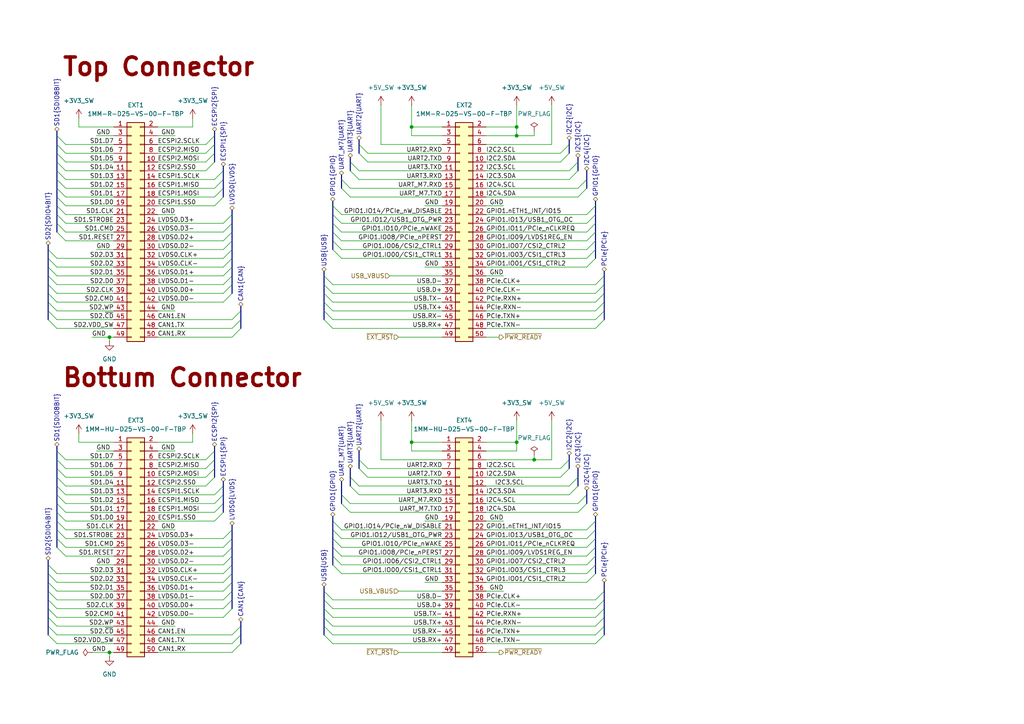
<source format=kicad_sch>
(kicad_sch (version 20250114) (generator "eeschema") (generator_version "9.0")
  (paper "A4")
  (lib_symbols
    (symbol "Connector_Generic:Conn_02x25_Odd_Even" (pin_names (offset 1.016) (hide yes))
      (property "Reference" "J" (at 1.27 33.02 0))
      (property "Value" "Conn_02x25_Odd_Even" (at 1.27 -33.02 0))
      (symbol "Conn_02x25_Odd_Even_1_1"
        (pin passive line (at -5.08 30.48 0) (length 3.81) (name "Pin_1") (number "1"))
        (pin passive line (at -5.08 27.94 0) (length 3.81) (name "Pin_3") (number "3"))
        (pin passive line (at -5.08 25.4 0) (length 3.81) (name "Pin_5") (number "5"))
        (pin passive line (at -5.08 22.86 0) (length 3.81) (name "Pin_7") (number "7"))
        (pin passive line (at -5.08 20.32 0) (length 3.81) (name "Pin_9") (number "9"))
        (pin passive line (at -5.08 17.78 0) (length 3.81) (name "Pin_11") (number "11"))
        (pin passive line (at -5.08 15.24 0) (length 3.81) (name "Pin_13") (number "13"))
        (pin passive line (at -5.08 12.7 0) (length 3.81) (name "Pin_15") (number "15"))
        (pin passive line (at -5.08 10.16 0) (length 3.81) (name "Pin_17") (number "17"))
        (pin passive line (at -5.08 7.62 0) (length 3.81) (name "Pin_19") (number "19"))
        (pin passive line (at -5.08 5.08 0) (length 3.81) (name "Pin_21") (number "21"))
        (pin passive line (at -5.08 2.54 0) (length 3.81) (name "Pin_23") (number "23"))
        (pin passive line (at -5.08 0 0) (length 3.81) (name "Pin_25") (number "25"))
        (pin passive line (at -5.08 -2.54 0) (length 3.81) (name "Pin_27") (number "27"))
        (pin passive line (at -5.08 -5.08 0) (length 3.81) (name "Pin_29") (number "29"))
        (pin passive line (at -5.08 -7.62 0) (length 3.81) (name "Pin_31") (number "31"))
        (pin passive line (at -5.08 -10.16 0) (length 3.81) (name "Pin_33") (number "33"))
        (pin passive line (at -5.08 -12.7 0) (length 3.81) (name "Pin_35") (number "35"))
        (pin passive line (at -5.08 -15.24 0) (length 3.81) (name "Pin_37") (number "37"))
        (pin passive line (at -5.08 -17.78 0) (length 3.81) (name "Pin_39") (number "39"))
        (pin passive line (at -5.08 -20.32 0) (length 3.81) (name "Pin_41") (number "41"))
        (pin passive line (at -5.08 -22.86 0) (length 3.81) (name "Pin_43") (number "43"))
        (pin passive line (at -5.08 -25.4 0) (length 3.81) (name "Pin_45") (number "45"))
        (pin passive line (at -5.08 -27.94 0) (length 3.81) (name "Pin_47") (number "47"))
        (pin passive line (at -5.08 -30.48 0) (length 3.81) (name "Pin_49") (number "49"))
        (pin passive line (at 7.62 30.48 180) (length 3.81) (name "Pin_2") (number "2"))
        (pin passive line (at 7.62 27.94 180) (length 3.81) (name "Pin_4") (number "4"))
        (pin passive line (at 7.62 25.4 180) (length 3.81) (name "Pin_6") (number "6"))
        (pin passive line (at 7.62 22.86 180) (length 3.81) (name "Pin_8") (number "8"))
        (pin passive line (at 7.62 20.32 180) (length 3.81) (name "Pin_10") (number "10"))
        (pin passive line (at 7.62 17.78 180) (length 3.81) (name "Pin_12") (number "12"))
        (pin passive line (at 7.62 15.24 180) (length 3.81) (name "Pin_14") (number "14"))
        (pin passive line (at 7.62 12.7 180) (length 3.81) (name "Pin_16") (number "16"))
        (pin passive line (at 7.62 10.16 180) (length 3.81) (name "Pin_18") (number "18"))
        (pin passive line (at 7.62 7.62 180) (length 3.81) (name "Pin_20") (number "20"))
        (pin passive line (at 7.62 5.08 180) (length 3.81) (name "Pin_22") (number "22"))
        (pin passive line (at 7.62 2.54 180) (length 3.81) (name "Pin_24") (number "24"))
        (pin passive line (at 7.62 0 180) (length 3.81) (name "Pin_26") (number "26"))
        (pin passive line (at 7.62 -2.54 180) (length 3.81) (name "Pin_28") (number "28"))
        (pin passive line (at 7.62 -5.08 180) (length 3.81) (name "Pin_30") (number "30"))
        (pin passive line (at 7.62 -7.62 180) (length 3.81) (name "Pin_32") (number "32"))
        (pin passive line (at 7.62 -10.16 180) (length 3.81) (name "Pin_34") (number "34"))
        (pin passive line (at 7.62 -12.7 180) (length 3.81) (name "Pin_36") (number "36"))
        (pin passive line (at 7.62 -15.24 180) (length 3.81) (name "Pin_38") (number "38"))
        (pin passive line (at 7.62 -17.78 180) (length 3.81) (name "Pin_40") (number "40"))
        (pin passive line (at 7.62 -20.32 180) (length 3.81) (name "Pin_42") (number "42"))
        (pin passive line (at 7.62 -22.86 180) (length 3.81) (name "Pin_44") (number "44"))
        (pin passive line (at 7.62 -25.4 180) (length 3.81) (name "Pin_46") (number "46"))
        (pin passive line (at 7.62 -27.94 180) (length 3.81) (name "Pin_48") (number "48"))
        (pin passive line (at 7.62 -30.48 180) (length 3.81) (name "Pin_50") (number "50"))
      )
    )
    (symbol "power:+3V3" (power) (pin_numbers (hide yes)) (pin_names (offset 0) (hide yes))
      (property "Value" "+3V3" (at 0 3.556 0))
      (symbol "+3V3_1_1"
        (pin power_in line (at 0 0 90) (length 0) (name "~") (number "1"))
      )
    )
    (symbol "power:+5V" (power) (pin_numbers (hide yes)) (pin_names (offset 0) (hide yes))
      (property "Value" "+5V" (at 0 3.556 0))
      (symbol "+5V_1_1"
        (pin power_in line (at 0 0 90) (length 0) (name "~") (number "1"))
      )
    )
    (symbol "power:GND" (power) (pin_numbers (hide yes)) (pin_names (offset 0) (hide yes))
      (property "Value" "GND" (at 0 -3.81 0))
      (symbol "GND_1_1"
        (pin power_in line (at 0 0 270) (length 0) (name "~") (number "1"))
      )
    )
    (symbol "power:PWR_FLAG" (power) (pin_numbers (hide yes)) (pin_names (offset 0) (hide yes))
      (property "Value" "PWR_FLAG" (at 0 3.81 0))
      (symbol "PWR_FLAG_0_0"
        (pin power_out line (at 0 0 90) (length 0) (name "~") (number "1"))
      )
    )
  )
  (text "Top Connector" (at 17.78 19.558 0) (effects (font (size 5.08 5.08) (bold yes)) (justify left)))
  (text "Bottum Connector" (at 17.78 109.728 0) (effects (font (size 5.08 5.08) (bold yes)) (justify left)))
  (junction (at 149.86 128.27))
  (junction (at 119.38 128.27))
  (junction (at 119.38 36.83))
  (junction (at 31.75 189.23))
  (junction (at 154.94 133.35))
  (junction (at 149.86 39.37))
  (junction (at 149.86 36.83))
  (junction (at 31.75 97.79))
  (bus_entry (at 67.31 69.85) (size -2.54 2.54))
  (bus_entry (at 67.31 72.39) (size -2.54 2.54))
  (bus_entry (at 101.6 49.53) (size 2.54 2.54))
  (bus_entry (at 67.31 176.53) (size -2.54 2.54))
  (bus_entry (at 67.31 158.75) (size -2.54 2.54))
  (bus_entry (at 93.98 90.17) (size 2.54 2.54))
  (bus_entry (at 67.31 171.45) (size -2.54 2.54))
  (bus_entry (at 67.31 74.93) (size -2.54 2.54))
  (bus_entry (at 175.26 173.99) (size -2.54 2.54))
  (bus_entry (at 165.1 41.91) (size -2.54 2.54))
  (bus_entry (at 69.85 92.71) (size -2.54 2.54))
  (bus_entry (at 69.85 186.69) (size -2.54 2.54))
  (bus_entry (at 64.77 148.59) (size -2.54 2.54))
  (bus_entry (at 64.77 54.61) (size -2.54 2.54))
  (bus_entry (at 16.51 41.91) (size 2.54 2.54))
  (bus_entry (at 93.98 181.61) (size 2.54 2.54))
  (bus_entry (at 172.72 62.23) (size -2.54 2.54))
  (bus_entry (at 99.06 54.61) (size 2.54 2.54))
  (bus_entry (at 99.06 146.05) (size 2.54 2.54))
  (bus_entry (at 13.97 87.63) (size 2.54 2.54))
  (bus_entry (at 170.18 52.07) (size -2.54 2.54))
  (bus_entry (at 16.51 146.05) (size 2.54 2.54))
  (bus_entry (at 96.52 163.83) (size 2.54 2.54))
  (bus_entry (at 16.51 135.89) (size 2.54 2.54))
  (bus_entry (at 16.51 52.07) (size 2.54 2.54))
  (bus_entry (at 13.97 166.37) (size 2.54 2.54))
  (bus_entry (at 16.51 44.45) (size 2.54 2.54))
  (bus_entry (at 62.23 135.89) (size -2.54 2.54))
  (bus_entry (at 175.26 92.71) (size -2.54 2.54))
  (bus_entry (at 16.51 39.37) (size 2.54 2.54))
  (bus_entry (at 67.31 82.55) (size -2.54 2.54))
  (bus_entry (at 96.52 151.13) (size 2.54 2.54))
  (bus_entry (at 67.31 163.83) (size -2.54 2.54))
  (bus_entry (at 16.51 59.69) (size 2.54 2.54))
  (bus_entry (at 170.18 146.05) (size -2.54 2.54))
  (bus_entry (at 13.97 90.17) (size 2.54 2.54))
  (bus_entry (at 175.26 181.61) (size -2.54 2.54))
  (bus_entry (at 16.51 49.53) (size 2.54 2.54))
  (bus_entry (at 13.97 92.71) (size 2.54 2.54))
  (bus_entry (at 13.97 184.15) (size 2.54 2.54))
  (bus_entry (at 69.85 95.25) (size -2.54 2.54))
  (bus_entry (at 96.52 161.29) (size 2.54 2.54))
  (bus_entry (at 172.72 158.75) (size -2.54 2.54))
  (bus_entry (at 13.97 171.45) (size 2.54 2.54))
  (bus_entry (at 93.98 80.01) (size 2.54 2.54))
  (bus_entry (at 16.51 54.61) (size 2.54 2.54))
  (bus_entry (at 62.23 46.99) (size -2.54 2.54))
  (bus_entry (at 167.64 49.53) (size -2.54 2.54))
  (bus_entry (at 67.31 85.09) (size -2.54 2.54))
  (bus_entry (at 104.14 135.89) (size 2.54 2.54))
  (bus_entry (at 62.23 130.81) (size -2.54 2.54))
  (bus_entry (at 104.14 44.45) (size 2.54 2.54))
  (bus_entry (at 93.98 176.53) (size 2.54 2.54))
  (bus_entry (at 64.77 52.07) (size -2.54 2.54))
  (bus_entry (at 99.06 143.51) (size 2.54 2.54))
  (bus_entry (at 13.97 168.91) (size 2.54 2.54))
  (bus_entry (at 13.97 85.09) (size 2.54 2.54))
  (bus_entry (at 170.18 143.51) (size -2.54 2.54))
  (bus_entry (at 93.98 85.09) (size 2.54 2.54))
  (bus_entry (at 67.31 168.91) (size -2.54 2.54))
  (bus_entry (at 167.64 46.99) (size -2.54 2.54))
  (bus_entry (at 67.31 64.77) (size -2.54 2.54))
  (bus_entry (at 16.51 138.43) (size 2.54 2.54))
  (bus_entry (at 13.97 74.93) (size 2.54 2.54))
  (bus_entry (at 64.77 146.05) (size -2.54 2.54))
  (bus_entry (at 101.6 140.97) (size 2.54 2.54))
  (bus_entry (at 96.52 156.21) (size 2.54 2.54))
  (bus_entry (at 96.52 59.69) (size 2.54 2.54))
  (bus_entry (at 16.51 151.13) (size 2.54 2.54))
  (bus_entry (at 69.85 181.61) (size -2.54 2.54))
  (bus_entry (at 16.51 62.23) (size 2.54 2.54))
  (bus_entry (at 167.64 138.43) (size -2.54 2.54))
  (bus_entry (at 13.97 80.01) (size 2.54 2.54))
  (bus_entry (at 172.72 72.39) (size -2.54 2.54))
  (bus_entry (at 67.31 156.21) (size -2.54 2.54))
  (bus_entry (at 93.98 173.99) (size 2.54 2.54))
  (bus_entry (at 175.26 179.07) (size -2.54 2.54))
  (bus_entry (at 67.31 166.37) (size -2.54 2.54))
  (bus_entry (at 67.31 62.23) (size -2.54 2.54))
  (bus_entry (at 69.85 184.15) (size -2.54 2.54))
  (bus_entry (at 13.97 181.61) (size 2.54 2.54))
  (bus_entry (at 67.31 77.47) (size -2.54 2.54))
  (bus_entry (at 175.26 184.15) (size -2.54 2.54))
  (bus_entry (at 170.18 54.61) (size -2.54 2.54))
  (bus_entry (at 64.77 143.51) (size -2.54 2.54))
  (bus_entry (at 175.26 176.53) (size -2.54 2.54))
  (bus_entry (at 16.51 64.77) (size 2.54 2.54))
  (bus_entry (at 175.26 87.63) (size -2.54 2.54))
  (bus_entry (at 101.6 138.43) (size 2.54 2.54))
  (bus_entry (at 13.97 77.47) (size 2.54 2.54))
  (bus_entry (at 16.51 158.75) (size 2.54 2.54))
  (bus_entry (at 165.1 135.89) (size -2.54 2.54))
  (bus_entry (at 172.72 64.77) (size -2.54 2.54))
  (bus_entry (at 13.97 176.53) (size 2.54 2.54))
  (bus_entry (at 16.51 153.67) (size 2.54 2.54))
  (bus_entry (at 62.23 133.35) (size -2.54 2.54))
  (bus_entry (at 16.51 46.99) (size 2.54 2.54))
  (bus_entry (at 93.98 92.71) (size 2.54 2.54))
  (bus_entry (at 93.98 184.15) (size 2.54 2.54))
  (bus_entry (at 175.26 171.45) (size -2.54 2.54))
  (bus_entry (at 16.51 133.35) (size 2.54 2.54))
  (bus_entry (at 67.31 153.67) (size -2.54 2.54))
  (bus_entry (at 104.14 133.35) (size 2.54 2.54))
  (bus_entry (at 96.52 64.77) (size 2.54 2.54))
  (bus_entry (at 62.23 138.43) (size -2.54 2.54))
  (bus_entry (at 96.52 153.67) (size 2.54 2.54))
  (bus_entry (at 167.64 140.97) (size -2.54 2.54))
  (bus_entry (at 172.72 74.93) (size -2.54 2.54))
  (bus_entry (at 93.98 87.63) (size 2.54 2.54))
  (bus_entry (at 13.97 72.39) (size 2.54 2.54))
  (bus_entry (at 99.06 52.07) (size 2.54 2.54))
  (bus_entry (at 16.51 143.51) (size 2.54 2.54))
  (bus_entry (at 172.72 153.67) (size -2.54 2.54))
  (bus_entry (at 67.31 80.01) (size -2.54 2.54))
  (bus_entry (at 93.98 82.55) (size 2.54 2.54))
  (bus_entry (at 62.23 41.91) (size -2.54 2.54))
  (bus_entry (at 172.72 69.85) (size -2.54 2.54))
  (bus_entry (at 175.26 85.09) (size -2.54 2.54))
  (bus_entry (at 172.72 156.21) (size -2.54 2.54))
  (bus_entry (at 16.51 67.31) (size 2.54 2.54))
  (bus_entry (at 93.98 171.45) (size 2.54 2.54))
  (bus_entry (at 16.51 156.21) (size 2.54 2.54))
  (bus_entry (at 16.51 130.81) (size 2.54 2.54))
  (bus_entry (at 64.77 140.97) (size -2.54 2.54))
  (bus_entry (at 96.52 158.75) (size 2.54 2.54))
  (bus_entry (at 172.72 151.13) (size -2.54 2.54))
  (bus_entry (at 96.52 62.23) (size 2.54 2.54))
  (bus_entry (at 172.72 161.29) (size -2.54 2.54))
  (bus_entry (at 165.1 133.35) (size -2.54 2.54))
  (bus_entry (at 13.97 179.07) (size 2.54 2.54))
  (bus_entry (at 64.77 49.53) (size -2.54 2.54))
  (bus_entry (at 13.97 173.99) (size 2.54 2.54))
  (bus_entry (at 64.77 57.15) (size -2.54 2.54))
  (bus_entry (at 175.26 80.01) (size -2.54 2.54))
  (bus_entry (at 172.72 59.69) (size -2.54 2.54))
  (bus_entry (at 96.52 67.31) (size 2.54 2.54))
  (bus_entry (at 67.31 161.29) (size -2.54 2.54))
  (bus_entry (at 67.31 173.99) (size -2.54 2.54))
  (bus_entry (at 175.26 90.17) (size -2.54 2.54))
  (bus_entry (at 16.51 148.59) (size 2.54 2.54))
  (bus_entry (at 62.23 44.45) (size -2.54 2.54))
  (bus_entry (at 67.31 67.31) (size -2.54 2.54))
  (bus_entry (at 93.98 179.07) (size 2.54 2.54))
  (bus_entry (at 104.14 41.91) (size 2.54 2.54))
  (bus_entry (at 16.51 140.97) (size 2.54 2.54))
  (bus_entry (at 172.72 166.37) (size -2.54 2.54))
  (bus_entry (at 16.51 57.15) (size 2.54 2.54))
  (bus_entry (at 62.23 39.37) (size -2.54 2.54))
  (bus_entry (at 101.6 46.99) (size 2.54 2.54))
  (bus_entry (at 96.52 72.39) (size 2.54 2.54))
  (bus_entry (at 165.1 44.45) (size -2.54 2.54))
  (bus_entry (at 172.72 67.31) (size -2.54 2.54))
  (bus_entry (at 13.97 82.55) (size 2.54 2.54))
  (bus_entry (at 13.97 163.83) (size 2.54 2.54))
  (bus_entry (at 96.52 69.85) (size 2.54 2.54))
  (bus_entry (at 172.72 163.83) (size -2.54 2.54))
  (bus_entry (at 69.85 90.17) (size -2.54 2.54))
  (bus_entry (at 175.26 82.55) (size -2.54 2.54))
  (wire (pts (xy 106.68 135.89) (xy 128.27 135.89)))
  (bus (pts (xy 64.77 49.53) (xy 64.77 52.07)))
  (bus (pts (xy 93.98 170.18) (xy 93.98 171.45)))
  (bus (pts (xy 67.31 168.91) (xy 67.31 171.45)))
  (wire (pts (xy 170.18 72.39) (xy 140.97 72.39)))
  (wire (pts (xy 59.69 41.91) (xy 45.72 41.91)))
  (wire (pts (xy 123.19 151.13) (xy 128.27 151.13)))
  (bus (pts (xy 172.72 69.85) (xy 172.72 72.39)))
  (bus (pts (xy 13.97 179.07) (xy 13.97 181.61)))
  (wire (pts (xy 170.18 156.21) (xy 140.97 156.21)))
  (wire (pts (xy 110.49 41.91) (xy 128.27 41.91)))
  (wire (pts (xy 45.72 186.69) (xy 67.31 186.69)))
  (wire (pts (xy 170.18 158.75) (xy 140.97 158.75)))
  (bus (pts (xy 64.77 146.05) (xy 64.77 148.59)))
  (wire (pts (xy 16.51 85.09) (xy 33.02 85.09)))
  (wire (pts (xy 99.06 163.83) (xy 128.27 163.83)))
  (bus (pts (xy 99.06 50.8) (xy 99.06 52.07)))
  (wire (pts (xy 99.06 166.37) (xy 128.27 166.37)))
  (wire (pts (xy 33.02 36.83) (xy 22.86 36.83)))
  (wire (pts (xy 149.86 128.27) (xy 149.86 121.92)))
  (bus (pts (xy 13.97 85.09) (xy 13.97 87.63)))
  (wire (pts (xy 146.05 171.45) (xy 140.97 171.45)))
  (wire (pts (xy 19.05 62.23) (xy 33.02 62.23)))
  (bus (pts (xy 175.26 90.17) (xy 175.26 92.71)))
  (wire (pts (xy 101.6 57.15) (xy 128.27 57.15)))
  (wire (pts (xy 149.86 39.37) (xy 140.97 39.37)))
  (bus (pts (xy 16.51 59.69) (xy 16.51 62.23)))
  (wire (pts (xy 99.06 74.93) (xy 128.27 74.93)))
  (wire (pts (xy 149.86 30.48) (xy 149.86 36.83)))
  (bus (pts (xy 99.06 143.51) (xy 99.06 146.05)))
  (bus (pts (xy 96.52 153.67) (xy 96.52 156.21)))
  (wire (pts (xy 33.02 44.45) (xy 19.05 44.45)))
  (bus (pts (xy 172.72 149.86) (xy 172.72 151.13)))
  (bus (pts (xy 93.98 181.61) (xy 93.98 184.15)))
  (bus (pts (xy 99.06 52.07) (xy 99.06 54.61)))
  (wire (pts (xy 16.51 95.25) (xy 33.02 95.25)))
  (bus (pts (xy 67.31 158.75) (xy 67.31 161.29)))
  (bus (pts (xy 13.97 176.53) (xy 13.97 179.07)))
  (bus (pts (xy 93.98 78.74) (xy 93.98 80.01)))
  (wire (pts (xy 172.72 87.63) (xy 140.97 87.63)))
  (wire (pts (xy 45.72 82.55) (xy 64.77 82.55)))
  (wire (pts (xy 59.69 135.89) (xy 45.72 135.89)))
  (wire (pts (xy 101.6 54.61) (xy 128.27 54.61)))
  (wire (pts (xy 19.05 52.07) (xy 33.02 52.07)))
  (bus (pts (xy 170.18 52.07) (xy 170.18 54.61)))
  (wire (pts (xy 128.27 85.09) (xy 96.52 85.09)))
  (wire (pts (xy 19.05 140.97) (xy 33.02 140.97)))
  (bus (pts (xy 13.97 72.39) (xy 13.97 74.93)))
  (wire (pts (xy 19.05 133.35) (xy 33.02 133.35)))
  (bus (pts (xy 13.97 90.17) (xy 13.97 92.71)))
  (wire (pts (xy 16.51 171.45) (xy 33.02 171.45)))
  (wire (pts (xy 146.05 59.69) (xy 140.97 59.69)))
  (bus (pts (xy 13.97 74.93) (xy 13.97 77.47)))
  (wire (pts (xy 128.27 39.37) (xy 119.38 39.37)))
  (wire (pts (xy 149.86 39.37) (xy 149.86 36.83)))
  (bus (pts (xy 175.26 171.45) (xy 175.26 173.99)))
  (wire (pts (xy 172.72 92.71) (xy 140.97 92.71)))
  (wire (pts (xy 45.72 128.27) (xy 55.88 128.27)))
  (wire (pts (xy 64.77 64.77) (xy 45.72 64.77)))
  (bus (pts (xy 96.52 158.75) (xy 96.52 161.29)))
  (wire (pts (xy 19.05 54.61) (xy 33.02 54.61)))
  (bus (pts (xy 13.97 168.91) (xy 13.97 171.45)))
  (bus (pts (xy 16.51 49.53) (xy 16.51 52.07)))
  (bus (pts (xy 175.26 87.63) (xy 175.26 90.17)))
  (bus (pts (xy 93.98 171.45) (xy 93.98 173.99)))
  (wire (pts (xy 26.67 97.79) (xy 31.75 97.79)))
  (bus (pts (xy 170.18 143.51) (xy 170.18 146.05)))
  (wire (pts (xy 115.57 97.79) (xy 128.27 97.79)))
  (bus (pts (xy 93.98 179.07) (xy 93.98 181.61)))
  (bus (pts (xy 64.77 54.61) (xy 64.77 57.15)))
  (wire (pts (xy 33.02 46.99) (xy 19.05 46.99)))
  (bus (pts (xy 16.51 38.1) (xy 16.51 39.37)))
  (wire (pts (xy 16.51 181.61) (xy 33.02 181.61)))
  (wire (pts (xy 154.94 132.08) (xy 154.94 133.35)))
  (wire (pts (xy 16.51 92.71) (xy 33.02 92.71)))
  (bus (pts (xy 67.31 163.83) (xy 67.31 166.37)))
  (bus (pts (xy 170.18 49.53) (xy 170.18 52.07)))
  (wire (pts (xy 33.02 138.43) (xy 19.05 138.43)))
  (bus (pts (xy 96.52 156.21) (xy 96.52 158.75)))
  (wire (pts (xy 16.51 168.91) (xy 33.02 168.91)))
  (wire (pts (xy 140.97 54.61) (xy 167.64 54.61)))
  (bus (pts (xy 96.52 151.13) (xy 96.52 153.67)))
  (bus (pts (xy 96.52 149.86) (xy 96.52 151.13)))
  (wire (pts (xy 64.77 72.39) (xy 45.72 72.39)))
  (bus (pts (xy 175.26 80.01) (xy 175.26 82.55)))
  (wire (pts (xy 119.38 39.37) (xy 119.38 36.83)))
  (bus (pts (xy 96.52 161.29) (xy 96.52 163.83)))
  (bus (pts (xy 101.6 138.43) (xy 101.6 140.97)))
  (wire (pts (xy 64.77 166.37) (xy 45.72 166.37)))
  (bus (pts (xy 62.23 129.54) (xy 62.23 130.81)))
  (bus (pts (xy 67.31 64.77) (xy 67.31 67.31)))
  (wire (pts (xy 172.72 179.07) (xy 140.97 179.07)))
  (bus (pts (xy 172.72 161.29) (xy 172.72 163.83)))
  (bus (pts (xy 69.85 184.15) (xy 69.85 186.69)))
  (wire (pts (xy 45.72 179.07) (xy 64.77 179.07)))
  (wire (pts (xy 45.72 161.29) (xy 64.77 161.29)))
  (bus (pts (xy 67.31 60.96) (xy 67.31 62.23)))
  (bus (pts (xy 67.31 166.37) (xy 67.31 168.91)))
  (wire (pts (xy 99.06 69.85) (xy 128.27 69.85)))
  (wire (pts (xy 64.77 74.93) (xy 45.72 74.93)))
  (bus (pts (xy 93.98 90.17) (xy 93.98 92.71)))
  (wire (pts (xy 104.14 52.07) (xy 128.27 52.07)))
  (wire (pts (xy 19.05 64.77) (xy 33.02 64.77)))
  (wire (pts (xy 16.51 166.37) (xy 33.02 166.37)))
  (bus (pts (xy 64.77 139.7) (xy 64.77 140.97)))
  (bus (pts (xy 16.51 52.07) (xy 16.51 54.61)))
  (wire (pts (xy 119.38 130.81) (xy 119.38 128.27)))
  (wire (pts (xy 104.14 140.97) (xy 128.27 140.97)))
  (wire (pts (xy 110.49 133.35) (xy 128.27 133.35)))
  (bus (pts (xy 13.97 166.37) (xy 13.97 168.91)))
  (wire (pts (xy 45.72 173.99) (xy 64.77 173.99)))
  (bus (pts (xy 175.26 179.07) (xy 175.26 181.61)))
  (wire (pts (xy 45.72 97.79) (xy 67.31 97.79)))
  (bus (pts (xy 16.51 156.21) (xy 16.51 158.75)))
  (bus (pts (xy 62.23 39.37) (xy 62.23 41.91)))
  (wire (pts (xy 119.38 128.27) (xy 119.38 121.92)))
  (wire (pts (xy 19.05 69.85) (xy 33.02 69.85)))
  (bus (pts (xy 67.31 156.21) (xy 67.31 158.75)))
  (bus (pts (xy 67.31 171.45) (xy 67.31 173.99)))
  (bus (pts (xy 69.85 180.34) (xy 69.85 181.61)))
  (bus (pts (xy 16.51 140.97) (xy 16.51 143.51)))
  (bus (pts (xy 172.72 62.23) (xy 172.72 64.77)))
  (wire (pts (xy 170.18 77.47) (xy 140.97 77.47)))
  (wire (pts (xy 50.8 62.23) (xy 45.72 62.23)))
  (bus (pts (xy 175.26 181.61) (xy 175.26 184.15)))
  (bus (pts (xy 16.51 41.91) (xy 16.51 44.45)))
  (wire (pts (xy 162.56 135.89) (xy 140.97 135.89)))
  (bus (pts (xy 13.97 163.83) (xy 13.97 166.37)))
  (wire (pts (xy 172.72 176.53) (xy 140.97 176.53)))
  (bus (pts (xy 16.51 148.59) (xy 16.51 151.13)))
  (wire (pts (xy 154.94 133.35) (xy 160.02 133.35)))
  (bus (pts (xy 67.31 67.31) (xy 67.31 69.85)))
  (wire (pts (xy 172.72 186.69) (xy 140.97 186.69)))
  (wire (pts (xy 106.68 138.43) (xy 128.27 138.43)))
  (wire (pts (xy 162.56 46.99) (xy 140.97 46.99)))
  (wire (pts (xy 99.06 161.29) (xy 128.27 161.29)))
  (bus (pts (xy 16.51 54.61) (xy 16.51 57.15)))
  (wire (pts (xy 96.52 181.61) (xy 128.27 181.61)))
  (bus (pts (xy 172.72 153.67) (xy 172.72 156.21)))
  (wire (pts (xy 128.27 87.63) (xy 96.52 87.63)))
  (wire (pts (xy 45.72 69.85) (xy 64.77 69.85)))
  (wire (pts (xy 106.68 44.45) (xy 128.27 44.45)))
  (wire (pts (xy 33.02 67.31) (xy 19.05 67.31)))
  (wire (pts (xy 119.38 128.27) (xy 128.27 128.27)))
  (wire (pts (xy 170.18 163.83) (xy 140.97 163.83)))
  (bus (pts (xy 104.14 130.81) (xy 104.14 133.35)))
  (wire (pts (xy 16.51 176.53) (xy 33.02 176.53)))
  (bus (pts (xy 101.6 45.72) (xy 101.6 46.99)))
  (wire (pts (xy 128.27 92.71) (xy 96.52 92.71)))
  (bus (pts (xy 67.31 72.39) (xy 67.31 74.93)))
  (bus (pts (xy 93.98 173.99) (xy 93.98 176.53)))
  (wire (pts (xy 16.51 90.17) (xy 33.02 90.17)))
  (bus (pts (xy 175.26 176.53) (xy 175.26 179.07)))
  (wire (pts (xy 19.05 49.53) (xy 33.02 49.53)))
  (wire (pts (xy 16.51 80.01) (xy 33.02 80.01)))
  (wire (pts (xy 128.27 95.25) (xy 96.52 95.25)))
  (bus (pts (xy 175.26 82.55) (xy 175.26 85.09)))
  (wire (pts (xy 33.02 128.27) (xy 22.86 128.27)))
  (wire (pts (xy 170.18 74.93) (xy 140.97 74.93)))
  (wire (pts (xy 140.97 128.27) (xy 149.86 128.27)))
  (wire (pts (xy 99.06 72.39) (xy 128.27 72.39)))
  (wire (pts (xy 19.05 146.05) (xy 33.02 146.05)))
  (wire (pts (xy 170.18 62.23) (xy 140.97 62.23)))
  (bus (pts (xy 16.51 130.81) (xy 16.51 133.35)))
  (bus (pts (xy 64.77 52.07) (xy 64.77 54.61)))
  (wire (pts (xy 162.56 138.43) (xy 140.97 138.43)))
  (bus (pts (xy 16.51 143.51) (xy 16.51 146.05)))
  (wire (pts (xy 128.27 130.81) (xy 119.38 130.81)))
  (bus (pts (xy 67.31 82.55) (xy 67.31 85.09)))
  (bus (pts (xy 13.97 82.55) (xy 13.97 85.09)))
  (wire (pts (xy 64.77 156.21) (xy 45.72 156.21)))
  (wire (pts (xy 170.18 153.67) (xy 140.97 153.67)))
  (bus (pts (xy 99.06 139.7) (xy 99.06 143.51)))
  (wire (pts (xy 33.02 151.13) (xy 19.05 151.13)))
  (wire (pts (xy 128.27 186.69) (xy 96.52 186.69)))
  (wire (pts (xy 59.69 46.99) (xy 45.72 46.99)))
  (wire (pts (xy 16.51 173.99) (xy 33.02 173.99)))
  (bus (pts (xy 62.23 130.81) (xy 62.23 133.35)))
  (wire (pts (xy 170.18 64.77) (xy 140.97 64.77)))
  (bus (pts (xy 172.72 67.31) (xy 172.72 69.85)))
  (wire (pts (xy 62.23 52.07) (xy 45.72 52.07)))
  (wire (pts (xy 64.77 77.47) (xy 45.72 77.47)))
  (wire (pts (xy 33.02 158.75) (xy 19.05 158.75)))
  (wire (pts (xy 33.02 135.89) (xy 19.05 135.89)))
  (wire (pts (xy 22.86 128.27) (xy 22.86 125.73)))
  (wire (pts (xy 50.8 90.17) (xy 45.72 90.17)))
  (bus (pts (xy 13.97 181.61) (xy 13.97 184.15)))
  (wire (pts (xy 104.14 49.53) (xy 128.27 49.53)))
  (wire (pts (xy 140.97 130.81) (xy 149.86 130.81)))
  (wire (pts (xy 119.38 36.83) (xy 119.38 30.48)))
  (wire (pts (xy 154.94 39.37) (xy 149.86 39.37)))
  (wire (pts (xy 140.97 133.35) (xy 154.94 133.35)))
  (bus (pts (xy 93.98 82.55) (xy 93.98 85.09)))
  (wire (pts (xy 45.72 85.09) (xy 64.77 85.09)))
  (wire (pts (xy 64.77 163.83) (xy 45.72 163.83)))
  (wire (pts (xy 16.51 74.93) (xy 33.02 74.93)))
  (wire (pts (xy 110.49 121.92) (xy 110.49 133.35)))
  (wire (pts (xy 115.57 171.45) (xy 128.27 171.45)))
  (wire (pts (xy 140.97 49.53) (xy 165.1 49.53)))
  (bus (pts (xy 16.51 129.54) (xy 16.51 130.81)))
  (bus (pts (xy 13.97 87.63) (xy 13.97 90.17)))
  (wire (pts (xy 31.75 97.79) (xy 33.02 97.79)))
  (bus (pts (xy 67.31 173.99) (xy 67.31 176.53)))
  (wire (pts (xy 45.72 80.01) (xy 64.77 80.01)))
  (wire (pts (xy 27.94 72.39) (xy 33.02 72.39)))
  (wire (pts (xy 146.05 80.01) (xy 140.97 80.01)))
  (bus (pts (xy 172.72 156.21) (xy 172.72 158.75)))
  (bus (pts (xy 67.31 62.23) (xy 67.31 64.77)))
  (bus (pts (xy 93.98 80.01) (xy 93.98 82.55)))
  (bus (pts (xy 165.1 132.08) (xy 165.1 133.35)))
  (wire (pts (xy 140.97 41.91) (xy 160.02 41.91)))
  (wire (pts (xy 55.88 36.83) (xy 55.88 34.29)))
  (wire (pts (xy 62.23 54.61) (xy 45.72 54.61)))
  (wire (pts (xy 22.86 36.83) (xy 22.86 34.29)))
  (wire (pts (xy 26.67 189.23) (xy 31.75 189.23)))
  (bus (pts (xy 69.85 181.61) (xy 69.85 184.15)))
  (bus (pts (xy 16.51 57.15) (xy 16.51 59.69)))
  (wire (pts (xy 45.72 67.31) (xy 64.77 67.31)))
  (wire (pts (xy 160.02 41.91) (xy 160.02 30.48)))
  (wire (pts (xy 144.78 189.23) (xy 140.97 189.23)))
  (bus (pts (xy 67.31 77.47) (xy 67.31 80.01)))
  (wire (pts (xy 123.19 168.91) (xy 128.27 168.91)))
  (bus (pts (xy 16.51 62.23) (xy 16.51 64.77)))
  (bus (pts (xy 96.52 58.42) (xy 96.52 59.69)))
  (wire (pts (xy 140.97 148.59) (xy 167.64 148.59)))
  (wire (pts (xy 62.23 143.51) (xy 45.72 143.51)))
  (wire (pts (xy 170.18 168.91) (xy 140.97 168.91)))
  (wire (pts (xy 67.31 184.15) (xy 45.72 184.15)))
  (bus (pts (xy 16.51 44.45) (xy 16.51 46.99)))
  (wire (pts (xy 123.19 77.47) (xy 128.27 77.47)))
  (bus (pts (xy 172.72 151.13) (xy 172.72 153.67)))
  (wire (pts (xy 99.06 158.75) (xy 128.27 158.75)))
  (wire (pts (xy 128.27 176.53) (xy 96.52 176.53)))
  (bus (pts (xy 175.26 78.74) (xy 175.26 80.01)))
  (wire (pts (xy 99.06 64.77) (xy 128.27 64.77)))
  (wire (pts (xy 96.52 173.99) (xy 128.27 173.99)))
  (bus (pts (xy 165.1 41.91) (xy 165.1 44.45)))
  (wire (pts (xy 45.72 140.97) (xy 59.69 140.97)))
  (bus (pts (xy 167.64 45.72) (xy 167.64 46.99)))
  (wire (pts (xy 113.03 80.01) (xy 128.27 80.01)))
  (wire (pts (xy 45.72 171.45) (xy 64.77 171.45)))
  (bus (pts (xy 104.14 41.91) (xy 104.14 44.45)))
  (bus (pts (xy 69.85 88.9) (xy 69.85 90.17)))
  (wire (pts (xy 45.72 87.63) (xy 64.77 87.63)))
  (wire (pts (xy 144.78 97.79) (xy 140.97 97.79)))
  (wire (pts (xy 170.18 166.37) (xy 140.97 166.37)))
  (wire (pts (xy 45.72 189.23) (xy 67.31 189.23)))
  (wire (pts (xy 172.72 181.61) (xy 140.97 181.61)))
  (bus (pts (xy 16.51 39.37) (xy 16.51 41.91)))
  (bus (pts (xy 172.72 72.39) (xy 172.72 74.93)))
  (wire (pts (xy 19.05 143.51) (xy 33.02 143.51)))
  (bus (pts (xy 175.26 168.91) (xy 175.26 171.45)))
  (wire (pts (xy 62.23 151.13) (xy 45.72 151.13)))
  (wire (pts (xy 165.1 52.07) (xy 140.97 52.07)))
  (bus (pts (xy 13.97 162.56) (xy 13.97 163.83)))
  (wire (pts (xy 45.72 158.75) (xy 64.77 158.75)))
  (wire (pts (xy 27.94 130.81) (xy 33.02 130.81)))
  (bus (pts (xy 175.26 173.99) (xy 175.26 176.53)))
  (wire (pts (xy 160.02 121.92) (xy 160.02 133.35)))
  (bus (pts (xy 16.51 133.35) (xy 16.51 135.89)))
  (wire (pts (xy 50.8 130.81) (xy 45.72 130.81)))
  (bus (pts (xy 67.31 69.85) (xy 67.31 72.39)))
  (wire (pts (xy 170.18 69.85) (xy 140.97 69.85)))
  (wire (pts (xy 50.8 181.61) (xy 45.72 181.61)))
  (bus (pts (xy 172.72 58.42) (xy 172.72 59.69)))
  (bus (pts (xy 101.6 46.99) (xy 101.6 49.53)))
  (wire (pts (xy 106.68 46.99) (xy 128.27 46.99)))
  (bus (pts (xy 93.98 176.53) (xy 93.98 179.07)))
  (wire (pts (xy 172.72 95.25) (xy 140.97 95.25)))
  (bus (pts (xy 67.31 152.4) (xy 67.31 153.67)))
  (wire (pts (xy 16.51 186.69) (xy 33.02 186.69)))
  (bus (pts (xy 69.85 92.71) (xy 69.85 95.25)))
  (wire (pts (xy 16.51 82.55) (xy 33.02 82.55)))
  (bus (pts (xy 16.51 46.99) (xy 16.51 49.53)))
  (wire (pts (xy 62.23 148.59) (xy 45.72 148.59)))
  (bus (pts (xy 13.97 173.99) (xy 13.97 176.53)))
  (wire (pts (xy 96.52 82.55) (xy 128.27 82.55)))
  (wire (pts (xy 16.51 77.47) (xy 33.02 77.47)))
  (bus (pts (xy 96.52 62.23) (xy 96.52 64.77)))
  (wire (pts (xy 172.72 184.15) (xy 140.97 184.15)))
  (wire (pts (xy 146.05 151.13) (xy 140.97 151.13)))
  (bus (pts (xy 96.52 64.77) (xy 96.52 67.31)))
  (wire (pts (xy 99.06 156.21) (xy 128.27 156.21)))
  (wire (pts (xy 62.23 59.69) (xy 45.72 59.69)))
  (wire (pts (xy 45.72 36.83) (xy 55.88 36.83)))
  (wire (pts (xy 19.05 57.15) (xy 33.02 57.15)))
  (wire (pts (xy 55.88 128.27) (xy 55.88 125.73)))
  (wire (pts (xy 140.97 140.97) (xy 165.1 140.97)))
  (bus (pts (xy 67.31 161.29) (xy 67.31 163.83)))
  (bus (pts (xy 13.97 71.12) (xy 13.97 72.39)))
  (wire (pts (xy 154.94 38.1) (xy 154.94 39.37)))
  (bus (pts (xy 62.23 133.35) (xy 62.23 135.89)))
  (bus (pts (xy 170.18 142.24) (xy 170.18 143.51)))
  (bus (pts (xy 172.72 59.69) (xy 172.72 62.23)))
  (wire (pts (xy 123.19 59.69) (xy 128.27 59.69)))
  (bus (pts (xy 172.72 158.75) (xy 172.72 161.29)))
  (wire (pts (xy 96.52 90.17) (xy 128.27 90.17)))
  (wire (pts (xy 19.05 161.29) (xy 33.02 161.29)))
  (wire (pts (xy 128.27 184.15) (xy 96.52 184.15)))
  (bus (pts (xy 172.72 163.83) (xy 172.72 166.37)))
  (wire (pts (xy 50.8 153.67) (xy 45.72 153.67)))
  (wire (pts (xy 101.6 148.59) (xy 128.27 148.59)))
  (wire (pts (xy 172.72 85.09) (xy 140.97 85.09)))
  (wire (pts (xy 99.06 62.23) (xy 128.27 62.23)))
  (bus (pts (xy 96.52 59.69) (xy 96.52 62.23)))
  (wire (pts (xy 27.94 163.83) (xy 33.02 163.83)))
  (wire (pts (xy 128.27 179.07) (xy 96.52 179.07)))
  (bus (pts (xy 172.72 64.77) (xy 172.72 67.31)))
  (wire (pts (xy 16.51 184.15) (xy 33.02 184.15)))
  (wire (pts (xy 33.02 59.69) (xy 19.05 59.69)))
  (wire (pts (xy 170.18 161.29) (xy 140.97 161.29)))
  (wire (pts (xy 50.8 39.37) (xy 45.72 39.37)))
  (wire (pts (xy 62.23 57.15) (xy 45.72 57.15)))
  (bus (pts (xy 16.51 138.43) (xy 16.51 140.97)))
  (bus (pts (xy 167.64 46.99) (xy 167.64 49.53)))
  (bus (pts (xy 67.31 74.93) (xy 67.31 77.47)))
  (bus (pts (xy 16.51 146.05) (xy 16.51 148.59)))
  (bus (pts (xy 167.64 138.43) (xy 167.64 140.97)))
  (wire (pts (xy 140.97 146.05) (xy 167.64 146.05)))
  (wire (pts (xy 140.97 57.15) (xy 167.64 57.15)))
  (wire (pts (xy 104.14 143.51) (xy 128.27 143.51)))
  (wire (pts (xy 172.72 90.17) (xy 140.97 90.17)))
  (bus (pts (xy 104.14 40.64) (xy 104.14 41.91)))
  (wire (pts (xy 170.18 67.31) (xy 140.97 67.31)))
  (wire (pts (xy 31.75 189.23) (xy 31.75 190.5)))
  (wire (pts (xy 172.72 82.55) (xy 140.97 82.55)))
  (wire (pts (xy 149.86 130.81) (xy 149.86 128.27)))
  (bus (pts (xy 96.52 67.31) (xy 96.52 69.85)))
  (bus (pts (xy 175.26 85.09) (xy 175.26 87.63)))
  (wire (pts (xy 45.72 49.53) (xy 59.69 49.53)))
  (bus (pts (xy 62.23 38.1) (xy 62.23 39.37)))
  (bus (pts (xy 93.98 85.09) (xy 93.98 87.63)))
  (bus (pts (xy 64.77 143.51) (xy 64.77 146.05)))
  (bus (pts (xy 16.51 135.89) (xy 16.51 138.43)))
  (bus (pts (xy 16.51 64.77) (xy 16.51 67.31)))
  (wire (pts (xy 33.02 87.63) (xy 16.51 87.63)))
  (bus (pts (xy 16.51 153.67) (xy 16.51 156.21)))
  (bus (pts (xy 104.14 133.35) (xy 104.14 135.89)))
  (bus (pts (xy 13.97 80.01) (xy 13.97 82.55)))
  (wire (pts (xy 31.75 189.23) (xy 33.02 189.23)))
  (wire (pts (xy 27.94 39.37) (xy 33.02 39.37)))
  (wire (pts (xy 19.05 41.91) (xy 33.02 41.91)))
  (bus (pts (xy 165.1 40.64) (xy 165.1 41.91)))
  (wire (pts (xy 19.05 156.21) (xy 33.02 156.21)))
  (wire (pts (xy 59.69 44.45) (xy 45.72 44.45)))
  (wire (pts (xy 115.57 189.23) (xy 128.27 189.23)))
  (bus (pts (xy 67.31 80.01) (xy 67.31 82.55)))
  (wire (pts (xy 67.31 92.71) (xy 45.72 92.71)))
  (wire (pts (xy 140.97 36.83) (xy 149.86 36.83)))
  (wire (pts (xy 33.02 179.07) (xy 16.51 179.07)))
  (wire (pts (xy 172.72 173.99) (xy 140.97 173.99)))
  (wire (pts (xy 119.38 36.83) (xy 128.27 36.83)))
  (bus (pts (xy 64.77 48.26) (xy 64.77 49.53)))
  (wire (pts (xy 162.56 44.45) (xy 140.97 44.45)))
  (bus (pts (xy 13.97 171.45) (xy 13.97 173.99)))
  (wire (pts (xy 99.06 67.31) (xy 128.27 67.31)))
  (wire (pts (xy 59.69 133.35) (xy 45.72 133.35)))
  (bus (pts (xy 64.77 140.97) (xy 64.77 143.51)))
  (bus (pts (xy 96.52 69.85) (xy 96.52 72.39)))
  (wire (pts (xy 19.05 148.59) (xy 33.02 148.59)))
  (bus (pts (xy 62.23 41.91) (xy 62.23 44.45)))
  (bus (pts (xy 62.23 44.45) (xy 62.23 46.99)))
  (bus (pts (xy 13.97 77.47) (xy 13.97 80.01)))
  (bus (pts (xy 16.51 151.13) (xy 16.51 153.67)))
  (wire (pts (xy 99.06 153.67) (xy 128.27 153.67)))
  (bus (pts (xy 67.31 153.67) (xy 67.31 156.21)))
  (wire (pts (xy 101.6 146.05) (xy 128.27 146.05)))
  (wire (pts (xy 62.23 146.05) (xy 45.72 146.05)))
  (wire (pts (xy 64.77 168.91) (xy 45.72 168.91)))
  (wire (pts (xy 110.49 30.48) (xy 110.49 41.91)))
  (wire (pts (xy 165.1 143.51) (xy 140.97 143.51)))
  (bus (pts (xy 167.64 135.89) (xy 167.64 138.43)))
  (wire (pts (xy 59.69 138.43) (xy 45.72 138.43)))
  (wire (pts (xy 45.72 95.25) (xy 67.31 95.25)))
  (bus (pts (xy 93.98 87.63) (xy 93.98 90.17)))
  (bus (pts (xy 69.85 90.17) (xy 69.85 92.71)))
  (bus (pts (xy 165.1 133.35) (xy 165.1 135.89)))
  (wire (pts (xy 31.75 97.79) (xy 31.75 99.06)))
  (bus (pts (xy 101.6 135.89) (xy 101.6 138.43)))
  (wire (pts (xy 45.72 176.53) (xy 64.77 176.53)))
  (bus (pts (xy 62.23 135.89) (xy 62.23 138.43)))
  (wire (pts (xy 19.05 153.67) (xy 33.02 153.67)))
  (label "SD2.CLK" (at 33.02 85.09 180))
  (label "SD2.D2" (at 33.02 168.91 180))
  (label "SD2.D0" (at 33.02 82.55 180))
  (label "I2C2.SCL" (at 140.97 135.89 0))
  (label "SD2.VDD_SW" (at 33.02 95.25 180))
  (label "GPIO1.IO07{slash}CSI2_CTRL2" (at 140.97 72.39 0))
  (label "UART3.RXD" (at 128.27 143.51 180))
  (label "ECSPI2.SCLK" (at 45.72 41.91 0))
  (label "CAN1.TX" (at 45.72 95.25 0))
  (label "SD1.STROBE" (at 33.02 64.77 180))
  (label "GPIO1.IO03{slash}CSI1_CTRL3" (at 140.97 74.93 0))
  (label "SD1.D1" (at 33.02 148.59 180))
  (label "SD1.CLK" (at 33.02 153.67 180))
  (label "GND" (at 50.8 90.17 180))
  (label "ECSPI1.SCLK" (at 45.72 52.07 0))
  (label "SD2.D1" (at 33.02 171.45 180))
  (label "USB.D+" (at 128.27 176.53 180))
  (label "USB.RX+" (at 128.27 95.25 180))
  (label "USB.TX-" (at 128.27 179.07 180))
  (label "PCIe.CLK+" (at 140.97 173.99 0))
  (label "LVDS0.D3-" (at 45.72 67.31 0))
  (label "GND" (at 27.94 39.37 0))
  (label "GPIO1.nETH1_INT{slash}IO15" (at 140.97 153.67 0))
  (label "SD2.D1" (at 33.02 80.01 180))
  (label "GND" (at 27.94 72.39 0))
  (label "GPIO1.IO00{slash}CSI1_CTRL1" (at 128.27 74.93 180))
  (label "GND" (at 146.05 151.13 180))
  (label "ECSPI1.MOSI" (at 45.72 148.59 0))
  (label "SD1.D3" (at 33.02 143.51 180))
  (label "ECSPI2.MOSI" (at 45.72 46.99 0))
  (label "I2C4.SDA" (at 140.97 57.15 0))
  (label "SD2.~{CD}" (at 33.02 184.15 180))
  (label "SD1.CMD" (at 33.02 158.75 180))
  (label "USB.D+" (at 128.27 85.09 180))
  (label "LVDS0.D3+" (at 45.72 156.21 0))
  (label "USB.TX+" (at 128.27 90.17 180))
  (label "GPIO1.IO00{slash}CSI1_CTRL1" (at 128.27 166.37 180))
  (label "GND" (at 50.8 39.37 180))
  (label "SD1.D6" (at 33.02 44.45 180))
  (label "LVDS0.CLK+" (at 45.72 74.93 0))
  (label "GPIO1.IO07{slash}CSI2_CTRL2" (at 140.97 163.83 0))
  (label "GPIO1.IO06{slash}CSI2_CTRL1" (at 128.27 72.39 180))
  (label "I2C4.SCL" (at 140.97 54.61 0))
  (label "I2C4.SCL" (at 140.97 146.05 0))
  (label "PCIe.RXN-" (at 140.97 181.61 0))
  (label "UART3.TXD" (at 128.27 49.53 180))
  (label "CAN1.EN" (at 45.72 92.71 0))
  (label "SD2.WP" (at 33.02 90.17 180))
  (label "GPIO1.nETH1_INT{slash}IO15" (at 140.97 62.23 0))
  (label "GND" (at 27.94 130.81 0))
  (label "SD1.D3" (at 33.02 52.07 180))
  (label "GND" (at 146.05 59.69 180))
  (label "ECSPI1.SCLK" (at 45.72 143.51 0))
  (label "USB.RX-" (at 128.27 92.71 180))
  (label "ECSPI1.MOSI" (at 45.72 57.15 0))
  (label "GPIO1.IO11{slash}PCIe_nCLKREQ" (at 140.97 158.75 0))
  (label "ECSPI2.SS0" (at 45.72 140.97 0))
  (label "LVDS0.CLK-" (at 45.72 168.91 0))
  (label "SD1.D5" (at 33.02 46.99 180))
  (label "SD2.~{CD}" (at 33.02 92.71 180))
  (label "GPIO1.IO12{slash}USB1_OTG_PWR" (at 128.27 64.77 180))
  (label "PCIe.CLK-" (at 140.97 176.53 0))
  (label "LVDS0.D2+" (at 45.72 69.85 0))
  (label "LVDS0.D0+" (at 45.72 85.09 0))
  (label "SD2.CMD" (at 33.02 87.63 180))
  (label "LVDS0.D1+" (at 45.72 80.01 0))
  (label "I2C3.SCL" (at 140.97 49.53 0))
  (label "LVDS0.D3+" (at 45.72 64.77 0))
  (label "SD1.D1" (at 33.02 57.15 180))
  (label "PCIe.TXN-" (at 140.97 186.69 0))
  (label "I2C3.SDA" (at 140.97 52.07 0))
  (label "GND" (at 50.8 130.81 180))
  (label "GPIO1.IO14{slash}PCIe_nW_DISABLE" (at 128.27 153.67 180))
  (label "GND" (at 123.19 59.69 0))
  (label "GND" (at 50.8 62.23 180))
  (label "SD2.CMD" (at 33.02 179.07 180))
  (label "CAN1.TX" (at 45.72 186.69 0))
  (label "ECSPI2.MISO" (at 45.72 135.89 0))
  (label "GND" (at 50.8 153.67 180))
  (label "ECSPI1.MISO" (at 45.72 146.05 0))
  (label "ECSPI2.MOSI" (at 45.72 138.43 0))
  (label "SD1.D0" (at 33.02 59.69 180))
  (label "PCIe.CLK+" (at 140.97 82.55 0))
  (label "SD1.D6" (at 33.02 135.89 180))
  (label "PCIe.TXN-" (at 140.97 95.25 0))
  (label "USB.RX-" (at 128.27 184.15 180))
  (label "UART3.TXD" (at 128.27 140.97 180))
  (label "GPIO1.IO10{slash}PCIe_nWAKE" (at 128.27 67.31 180))
  (label "I2C2.SDA" (at 140.97 46.99 0))
  (label "GND" (at 27.94 163.83 0))
  (label "PCIe.CLK-" (at 140.97 85.09 0))
  (label "LVDS0.D2-" (at 45.72 163.83 0))
  (label "UART3.RXD" (at 128.27 52.07 180))
  (label "I2C2.SCL" (at 140.97 44.45 0))
  (label "PCIe.RXN+" (at 140.97 179.07 0))
  (label "UART2.TXD" (at 128.27 138.43 180))
  (label "GPIO1.IO03{slash}CSI1_CTRL3" (at 140.97 166.37 0))
  (label "I2C2.SDA" (at 140.97 138.43 0))
  (label "GND" (at 146.05 80.01 180))
  (label "SD1.CMD" (at 33.02 67.31 180))
  (label "GPIO1.IO13{slash}USB1_OTG_OC" (at 140.97 64.77 0))
  (label "UART_M7.RXD" (at 128.27 54.61 180))
  (label "GPIO1.IO08{slash}PCIe_nPERST" (at 128.27 161.29 180))
  (label "LVDS0.D2-" (at 45.72 72.39 0))
  (label "GND" (at 123.19 168.91 0))
  (label "PCIe.TXN+" (at 140.97 184.15 0))
  (label "SD1.D7" (at 33.02 133.35 180))
  (label "CAN1.EN" (at 45.72 184.15 0))
  (label "GPIO1.IO01{slash}CSI1_CTRL2" (at 140.97 168.91 0))
  (label "SD1.D4" (at 33.02 49.53 180))
  (label "ECSPI1.SS0" (at 45.72 59.69 0))
  (label "I2C3.SDA" (at 140.97 143.51 0))
  (label "GPIO1.IO09{slash}LVDS1REG_EN" (at 140.97 161.29 0))
  (label "GND" (at 50.8 181.61 180))
  (label "LVDS0.D1+" (at 45.72 171.45 0))
  (label "SD2.D3" (at 33.02 74.93 180))
  (label "SD1.STROBE" (at 33.02 156.21 180))
  (label "GPIO1.IO10{slash}PCIe_nWAKE" (at 128.27 158.75 180))
  (label "GPIO1.IO01{slash}CSI1_CTRL2" (at 140.97 77.47 0))
  (label "GND" (at 123.19 151.13 0))
  (label "GPIO1.IO06{slash}CSI2_CTRL1" (at 128.27 163.83 180))
  (label "SD1.RESET" (at 33.02 69.85 180))
  (label "LVDS0.D0+" (at 45.72 176.53 0))
  (label "SD1.D2" (at 33.02 146.05 180))
  (label "USB.D-" (at 128.27 173.99 180))
  (label "GND" (at 26.67 97.79 0))
  (label "GPIO1.IO11{slash}PCIe_nCLKREQ" (at 140.97 67.31 0))
  (label "SD1.D5" (at 33.02 138.43 180))
  (label "SD2.CLK" (at 33.02 176.53 180))
  (label "GND" (at 123.19 77.47 0))
  (label "SD2.VDD_SW" (at 33.02 186.69 180))
  (label "GPIO1.IO13{slash}USB1_OTG_OC" (at 140.97 156.21 0))
  (label "ECSPI2.SS0" (at 45.72 49.53 0))
  (label "CAN1.RX" (at 45.72 97.79 0))
  (label "SD1.D7" (at 33.02 41.91 180))
  (label "PCIe.RXN-" (at 140.97 90.17 0))
  (label "GND" (at 146.05 171.45 180))
  (label "PCIe.RXN+" (at 140.97 87.63 0))
  (label "ECSPI2.MISO" (at 45.72 44.45 0))
  (label "UART2.RXD" (at 128.27 44.45 180))
  (label "SD1.D4" (at 33.02 140.97 180))
  (label "SD1.D0" (at 33.02 151.13 180))
  (label "LVDS0.D3-" (at 45.72 158.75 0))
  (label "CAN1.RX" (at 45.72 189.23 0))
  (label "LVDS0.CLK-" (at 45.72 77.47 0))
  (label "UART_M7.TXD" (at 128.27 148.59 180))
  (label "LVDS0.D2+" (at 45.72 161.29 0))
  (label "LVDS0.D1-" (at 45.72 82.55 0))
  (label "SD2.D0" (at 33.02 173.99 180))
  (label "UART2.TXD" (at 128.27 46.99 180))
  (label "GPIO1.IO12{slash}USB1_OTG_PWR" (at 128.27 156.21 180))
  (label "ECSPI2.SCLK" (at 45.72 133.35 0))
  (label "GND" (at 26.67 189.23 0))
  (label "USB.RX+" (at 128.27 186.69 180))
  (label "UART2.RXD" (at 128.27 135.89 180))
  (label "LVDS0.CLK+" (at 45.72 166.37 0))
  (label "SD1.CLK" (at 33.02 62.23 180))
  (label "USB.D-" (at 128.27 82.55 180))
  (label "SD2.WP" (at 33.02 181.61 180))
  (label "ECSPI1.MISO" (at 45.72 54.61 0))
  (label "LVDS0.D0-" (at 45.72 87.63 0))
  (label "SD2.D3" (at 33.02 166.37 180))
  (label "UART_M7.RXD" (at 128.27 146.05 180))
  (label "USB.TX+" (at 128.27 181.61 180))
  (label "ECSPI1.SS0" (at 45.72 151.13 0))
  (label "SD2.D2" (at 33.02 77.47 180))
  (label "USB.TX-" (at 128.27 87.63 180))
  (label "I2C3.SCL" (at 143.51 140.97 0))
  (label "PCIe.TXN+" (at 140.97 92.71 0))
  (label "SD1.D2" (at 33.02 54.61 180))
  (label "GPIO1.IO09{slash}LVDS1REG_EN" (at 140.97 69.85 0))
  (label "UART_M7.TXD" (at 128.27 57.15 180))
  (label "LVDS0.D0-" (at 45.72 179.07 0))
  (label "LVDS0.D1-" (at 45.72 173.99 0))
  (label "SD1.RESET" (at 33.02 161.29 180))
  (label "GPIO1.IO08{slash}PCIe_nPERST" (at 128.27 69.85 180))
  (label "I2C4.SDA" (at 140.97 148.59 0))
  (label "GPIO1.IO14{slash}PCIe_nW_DISABLE" (at 128.27 62.23 180))
  (hierarchical_label "UART2{UART}" (shape bidirectional) (at 104.14 130.81 90))
  (hierarchical_label "ECSPI2{SPI}" (shape bidirectional) (at 62.23 129.54 90))
  (hierarchical_label "~{EXT_RST}" (shape input) (at 115.57 189.23 180))
  (hierarchical_label "LVDS0{LVDS}" (shape bidirectional) (at 67.31 152.4 90))
  (hierarchical_label "USB_VBUS" (shape input) (at 115.57 171.45 180))
  (hierarchical_label "~{PWR_READY}" (shape output) (at 144.78 189.23 0))
  (hierarchical_label "USB{USB}" (shape bidirectional) (at 93.98 170.18 90))
  (hierarchical_label "USB_VBUS" (shape input) (at 113.03 80.01 180))
  (hierarchical_label "GPIO1{GPIO}" (shape bidirectional) (at 172.72 58.42 90))
  (hierarchical_label "LVDS0{LVDS}" (shape bidirectional) (at 67.31 60.96 90))
  (hierarchical_label "UART3{UART}" (shape bidirectional) (at 101.6 135.89 90))
  (hierarchical_label "GPIO1{GPIO}" (shape bidirectional) (at 96.52 58.42 90))
  (hierarchical_label "I2C4{I2C}" (shape bidirectional) (at 170.18 142.24 90))
  (hierarchical_label "ECSPI1{SPI}" (shape bidirectional) (at 64.77 139.7 90))
  (hierarchical_label "I2C4{I2C}" (shape bidirectional) (at 170.18 49.53 90))
  (hierarchical_label "SD1{SDIO8BIT}" (shape bidirectional) (at 16.51 38.1 90))
  (hierarchical_label "SD2{SDIO4BIT}" (shape bidirectional) (at 13.97 162.56 90))
  (hierarchical_label "PCIe{PCIe}" (shape bidirectional) (at 175.26 168.91 90))
  (hierarchical_label "GPIO1{GPIO}" (shape bidirectional) (at 96.52 149.86 90))
  (hierarchical_label "CAN1{CAN}" (shape bidirectional) (at 69.85 88.9 90))
  (hierarchical_label "ECSPI1{SPI}" (shape bidirectional) (at 64.77 48.26 90))
  (hierarchical_label "UART2{UART}" (shape bidirectional) (at 104.14 40.64 90))
  (hierarchical_label "PCIe{PCIe}" (shape bidirectional) (at 175.26 78.74 90))
  (hierarchical_label "ECSPI2{SPI}" (shape bidirectional) (at 62.23 38.1 90))
  (hierarchical_label "GPIO1{GPIO}" (shape bidirectional) (at 172.72 149.86 90))
  (hierarchical_label "USB{USB}" (shape bidirectional) (at 93.98 78.74 90))
  (hierarchical_label "I2C3{I2C}" (shape bidirectional) (at 167.64 45.72 90))
  (hierarchical_label "I2C3{I2C}" (shape bidirectional) (at 167.64 135.89 90))
  (hierarchical_label "I2C2{I2C}" (shape bidirectional) (at 165.1 40.64 90))
  (hierarchical_label "~{PWR_READY}" (shape output) (at 144.78 97.79 0))
  (hierarchical_label "UART_M7{UART}" (shape bidirectional) (at 99.06 139.7 90))
  (hierarchical_label "CAN1{CAN}" (shape bidirectional) (at 69.85 180.34 90))
  (hierarchical_label "SD1{SDIO8BIT}" (shape bidirectional) (at 16.51 129.54 90))
  (hierarchical_label "~{EXT_RST}" (shape input) (at 115.57 97.79 180))
  (hierarchical_label "SD2{SDIO4BIT}" (shape bidirectional) (at 13.97 71.12 90))
  (hierarchical_label "UART_M7{UART}" (shape bidirectional) (at 99.06 50.8 90))
  (hierarchical_label "I2C2{I2C}" (shape bidirectional) (at 165.1 132.08 90))
  (hierarchical_label "UART3{UART}" (shape bidirectional) (at 101.6 45.72 90))
  (symbol (lib_id "power:PWR_FLAG") (at 154.94 132.08 0) (unit 1)
    (property "Reference" "#FLG01" (effects (hide yes)))
    (property "Value" "PWR_FLAG" (at 154.94 127 0))
    (property "Description" "Special symbol for telling ERC where power comes from" (effects (hide yes)))
  )
  (symbol (lib_id "power:+5V") (at 110.49 121.92 0) (unit 1)
    (property "Reference" "#PWR08" (effects (hide yes)))
    (property "Value" "+5V_SW" (at 110.49 116.84 0))
    (property "Description" "Power symbol creates a global label with name \"+5V\"" (effects (hide yes)))
  )
  (symbol (lib_id "Connector_Generic:Conn_02x25_Odd_Even") (at 133.35 67.31 0) (unit 1)
    (property "Reference" "EXT2" (at 134.62 30.48 0))
    (property "Value" "1MM-R-D25-VS-00-F-TBP" (at 134.62 33.02 0))
    (property "Footprint" "extras:1MMRD25VS00FTBP" (effects (hide yes)))
    (property "Description" "Generic connector, double row, 02x25, odd/even pin numbering scheme (row 1 odd numbers, row 2 even numbers), script generated (kicad-library-utils/schlib/autogen/connector/)" (effects (hide yes)))
    (property "Mouser Part Number" "571-1MMRD25VS00FTBP" (effects (hide yes)))
  )
  (symbol (lib_id "power:+3V3") (at 149.86 30.48 0) (unit 1)
    (property "Reference" "#PWR03" (effects (hide yes)))
    (property "Value" "+3V3_SW" (at 149.86 25.4 0))
    (property "Description" "Power symbol creates a global label with name \"+3V3\"" (effects (hide yes)))
  )
  (symbol (lib_id "power:+3V3") (at 22.86 34.29 0) (unit 1)
    (property "Reference" "#PWR05" (effects (hide yes)))
    (property "Value" "+3V3_SW" (at 22.86 29.21 0))
    (property "Description" "Power symbol creates a global label with name \"+3V3\"" (effects (hide yes)))
  )
  (symbol (lib_id "power:+3V3") (at 55.88 125.73 0) (unit 1)
    (property "Reference" "#PWR013" (effects (hide yes)))
    (property "Value" "+3V3_SW" (at 55.88 120.65 0))
    (property "Description" "Power symbol creates a global label with name \"+3V3\"" (effects (hide yes)))
  )
  (symbol (lib_id "Connector_Generic:Conn_02x25_Odd_Even") (at 38.1 158.75 0) (unit 1)
    (property "Reference" "EXT3" (at 39.37 121.92 0))
    (property "Value" "1MM-HU-D25-VS-00-F-TBP" (at 39.37 124.46 0))
    (property "Footprint" "extras:1MMHUD25VS00FTBP" (effects (hide yes)))
    (property "Description" "Generic connector, double row, 02x25, odd/even pin numbering scheme (row 1 odd numbers, row 2 even numbers), script generated (kicad-library-utils/schlib/autogen/connector/)" (effects (hide yes)))
    (property "Mouser Part Number" "571-1MMRD25VS00FTBP" (effects (hide yes)))
  )
  (symbol (lib_id "power:+3V3") (at 55.88 34.29 0) (unit 1)
    (property "Reference" "#PWR06" (effects (hide yes)))
    (property "Value" "+3V3_SW" (at 55.88 29.21 0))
    (property "Description" "Power symbol creates a global label with name \"+3V3\"" (effects (hide yes)))
  )
  (symbol (lib_id "power:PWR_FLAG") (at 26.67 189.23 90) (unit 1)
    (property "Reference" "#FLG03" (effects (hide yes)))
    (property "Value" "PWR_FLAG" (at 22.86 189.2299 90) (effects (justify left)))
    (property "Description" "Special symbol for telling ERC where power comes from" (effects (hide yes)))
  )
  (symbol (lib_id "Connector_Generic:Conn_02x25_Odd_Even") (at 133.35 158.75 0) (unit 1)
    (property "Reference" "EXT4" (at 134.62 121.92 0))
    (property "Value" "1MM-HU-D25-VS-00-F-TBP" (at 134.62 124.46 0))
    (property "Footprint" "extras:1MMHUD25VS00FTBP" (effects (hide yes)))
    (property "Description" "Generic connector, double row, 02x25, odd/even pin numbering scheme (row 1 odd numbers, row 2 even numbers), script generated (kicad-library-utils/schlib/autogen/connector/)" (effects (hide yes)))
    (property "Mouser Part Number" "571-1MMRD25VS00FTBP" (effects (hide yes)))
  )
  (symbol (lib_id "power:+3V3") (at 119.38 30.48 0) (unit 1)
    (property "Reference" "#PWR02" (effects (hide yes)))
    (property "Value" "+3V3_SW" (at 119.38 25.4 0))
    (property "Description" "Power symbol creates a global label with name \"+3V3\"" (effects (hide yes)))
  )
  (symbol (lib_id "power:GND") (at 31.75 99.06 0) (unit 1)
    (property "Reference" "#PWR07" (effects (hide yes)))
    (property "Value" "GND" (at 31.75 104.14 0))
    (property "Description" "Power symbol creates a global label with name \"GND\" , ground" (effects (hide yes)))
  )
  (symbol (lib_id "power:+5V") (at 160.02 121.92 0) (unit 1)
    (property "Reference" "#PWR011" (effects (hide yes)))
    (property "Value" "+5V_SW" (at 160.02 116.84 0))
    (property "Description" "Power symbol creates a global label with name \"+5V\"" (effects (hide yes)))
  )
  (symbol (lib_id "power:GND") (at 31.75 190.5 0) (unit 1)
    (property "Reference" "#PWR014" (effects (hide yes)))
    (property "Value" "GND" (at 31.75 195.58 0))
    (property "Description" "Power symbol creates a global label with name \"GND\" , ground" (effects (hide yes)))
  )
  (symbol (lib_id "power:+3V3") (at 149.86 121.92 0) (unit 1)
    (property "Reference" "#PWR010" (effects (hide yes)))
    (property "Value" "+3V3_SW" (at 149.86 116.84 0))
    (property "Description" "Power symbol creates a global label with name \"+3V3\"" (effects (hide yes)))
  )
  (symbol (lib_id "power:+3V3") (at 119.38 121.92 0) (unit 1)
    (property "Reference" "#PWR09" (effects (hide yes)))
    (property "Value" "+3V3_SW" (at 119.38 116.84 0))
    (property "Description" "Power symbol creates a global label with name \"+3V3\"" (effects (hide yes)))
  )
  (symbol (lib_id "Connector_Generic:Conn_02x25_Odd_Even") (at 38.1 67.31 0) (unit 1)
    (property "Reference" "EXT1" (at 39.37 30.48 0))
    (property "Value" "1MM-R-D25-VS-00-F-TBP" (at 39.37 33.02 0))
    (property "Footprint" "extras:1MMRD25VS00FTBP" (effects (hide yes)))
    (property "Description" "Generic connector, double row, 02x25, odd/even pin numbering scheme (row 1 odd numbers, row 2 even numbers), script generated (kicad-library-utils/schlib/autogen/connector/)" (effects (hide yes)))
    (property "Mouser Part Number" "571-1MMRD25VS00FTBP" (effects (hide yes)))
  )
  (symbol (lib_id "power:+3V3") (at 22.86 125.73 0) (unit 1)
    (property "Reference" "#PWR012" (effects (hide yes)))
    (property "Value" "+3V3_SW" (at 22.86 120.65 0))
    (property "Description" "Power symbol creates a global label with name \"+3V3\"" (effects (hide yes)))
  )
  (symbol (lib_id "power:+5V") (at 160.02 30.48 0) (unit 1)
    (property "Reference" "#PWR04" (effects (hide yes)))
    (property "Value" "+5V_SW" (at 160.02 25.4 0))
    (property "Description" "Power symbol creates a global label with name \"+5V\"" (effects (hide yes)))
  )
  (symbol (lib_id "power:+5V") (at 110.49 30.48 0) (unit 1)
    (property "Reference" "#PWR01" (effects (hide yes)))
    (property "Value" "+5V_SW" (at 110.49 25.4 0))
    (property "Description" "Power symbol creates a global label with name \"+5V\"" (effects (hide yes)))
  )
  (symbol (lib_id "power:PWR_FLAG") (at 154.94 38.1 0) (unit 1)
    (property "Reference" "#FLG02" (effects (hide yes)))
    (property "Value" "PWR_FLAG" (at 154.94 33.02 0))
    (property "Description" "Special symbol for telling ERC where power comes from" (effects (hide yes)))
  )
)
</source>
